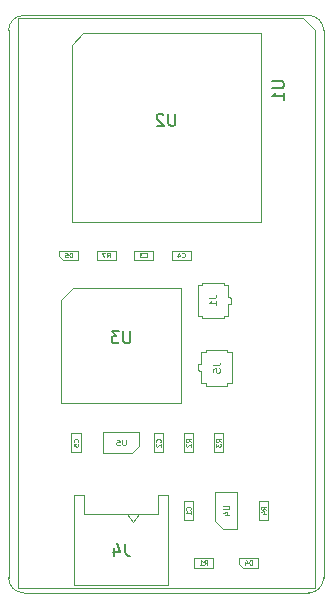
<source format=gbr>
%TF.GenerationSoftware,KiCad,Pcbnew,5.1.5+dfsg1-2~bpo10+1*%
%TF.CreationDate,2020-10-04T09:48:28+00:00*%
%TF.ProjectId,CO2,434f322e-6b69-4636-9164-5f7063625858,rev?*%
%TF.SameCoordinates,Original*%
%TF.FileFunction,Other,Fab,Bot*%
%FSLAX45Y45*%
G04 Gerber Fmt 4.5, Leading zero omitted, Abs format (unit mm)*
G04 Created by KiCad (PCBNEW 5.1.5+dfsg1-2~bpo10+1) date 2020-10-04 09:48:28*
%MOMM*%
%LPD*%
G04 APERTURE LIST*
%ADD10C,0.120000*%
%ADD11C,0.100000*%
%ADD12C,0.060000*%
%ADD13C,0.150000*%
%ADD14C,0.090000*%
%ADD15C,0.075000*%
G04 APERTURE END LIST*
D10*
X-63500Y-4254500D02*
G75*
G02X-190500Y-4127500I0J127000D01*
G01*
X2476500Y-4127500D02*
G75*
G02X2349500Y-4254500I-127000J0D01*
G01*
X-190500Y507511D02*
G75*
G02X-63500Y634511I127000J0D01*
G01*
X2349500Y634511D02*
G75*
G02X2476500Y507511I0J-127000D01*
G01*
X2476500Y-4127500D02*
X2476500Y508000D01*
X-63500Y-4254500D02*
X2349500Y-4254500D01*
X-190500Y508000D02*
X-190500Y-4127500D01*
X2349500Y634511D02*
X-63500Y634511D01*
D11*
X341000Y-2904500D02*
X341000Y-3064500D01*
X421000Y-2904500D02*
X341000Y-2904500D01*
X421000Y-3064500D02*
X421000Y-2904500D01*
X341000Y-3064500D02*
X421000Y-3064500D01*
X555000Y-1437000D02*
X715000Y-1437000D01*
X555000Y-1357000D02*
X555000Y-1437000D01*
X715000Y-1357000D02*
X555000Y-1357000D01*
X715000Y-1437000D02*
X715000Y-1357000D01*
X1928500Y-3476000D02*
X1928500Y-3636000D01*
X2008500Y-3476000D02*
X1928500Y-3476000D01*
X2008500Y-3636000D02*
X2008500Y-3476000D01*
X1928500Y-3636000D02*
X2008500Y-3636000D01*
X1627500Y-3064500D02*
X1627500Y-2904500D01*
X1547500Y-3064500D02*
X1627500Y-3064500D01*
X1547500Y-2904500D02*
X1547500Y-3064500D01*
X1627500Y-2904500D02*
X1547500Y-2904500D01*
X1293500Y-2904500D02*
X1293500Y-3064500D01*
X1373500Y-2904500D02*
X1293500Y-2904500D01*
X1373500Y-3064500D02*
X1373500Y-2904500D01*
X1293500Y-3064500D02*
X1373500Y-3064500D01*
X1380500Y-4040500D02*
X1540500Y-4040500D01*
X1380500Y-3960500D02*
X1380500Y-4040500D01*
X1540500Y-3960500D02*
X1380500Y-3960500D01*
X1540500Y-4040500D02*
X1540500Y-3960500D01*
X397500Y-1357000D02*
X397500Y-1437000D01*
X237500Y-1357000D02*
X397500Y-1357000D01*
X237500Y-1407000D02*
X237500Y-1357000D01*
X267500Y-1437000D02*
X237500Y-1407000D01*
X397500Y-1437000D02*
X267500Y-1437000D01*
X1921500Y-3960500D02*
X1921500Y-4040500D01*
X1761500Y-3960500D02*
X1921500Y-3960500D01*
X1761500Y-4010500D02*
X1761500Y-3960500D01*
X1791500Y-4040500D02*
X1761500Y-4010500D01*
X1921500Y-4040500D02*
X1791500Y-4040500D01*
X1190000Y-1437000D02*
X1350000Y-1437000D01*
X1190000Y-1357000D02*
X1190000Y-1437000D01*
X1350000Y-1357000D02*
X1190000Y-1357000D01*
X1350000Y-1437000D02*
X1350000Y-1357000D01*
X1032500Y-1357000D02*
X872500Y-1357000D01*
X1032500Y-1437000D02*
X1032500Y-1357000D01*
X872500Y-1437000D02*
X1032500Y-1437000D01*
X872500Y-1357000D02*
X872500Y-1437000D01*
X1119500Y-3064500D02*
X1119500Y-2904500D01*
X1039500Y-3064500D02*
X1119500Y-3064500D01*
X1039500Y-2904500D02*
X1039500Y-3064500D01*
X1119500Y-2904500D02*
X1039500Y-2904500D01*
X1293500Y-3476000D02*
X1293500Y-3636000D01*
X1373500Y-3476000D02*
X1293500Y-3476000D01*
X1373500Y-3636000D02*
X1373500Y-3476000D01*
X1293500Y-3636000D02*
X1373500Y-3636000D01*
X257000Y-1774000D02*
X357000Y-1674000D01*
X1267000Y-1674000D02*
X1267000Y-2644000D01*
X257000Y-1774000D02*
X257000Y-2644000D01*
X257000Y-2644000D02*
X1267000Y-2644000D01*
X357000Y-1674000D02*
X1267000Y-1674000D01*
X1481500Y-2199500D02*
X1481500Y-2219500D01*
X1481500Y-2219500D02*
X1441500Y-2219500D01*
X1441500Y-2319500D02*
X1441500Y-2219500D01*
X1416500Y-2319500D02*
X1441500Y-2319500D01*
X1416500Y-2319500D02*
X1416500Y-2364500D01*
X1431500Y-2379500D02*
X1441500Y-2379500D01*
X1441500Y-2379500D02*
X1441500Y-2479500D01*
X1481500Y-2499500D02*
X1481500Y-2479500D01*
X1481500Y-2479500D02*
X1441500Y-2479500D01*
X1481500Y-2199500D02*
X1661500Y-2199500D01*
X1661500Y-2199500D02*
X1661500Y-2219500D01*
X1701500Y-2219500D02*
X1661500Y-2219500D01*
X1701500Y-2479500D02*
X1701500Y-2219500D01*
X1481500Y-2499500D02*
X1661500Y-2499500D01*
X1661500Y-2499500D02*
X1661500Y-2479500D01*
X1701500Y-2479500D02*
X1661500Y-2479500D01*
X1431500Y-2379500D02*
X1416500Y-2364500D01*
X862000Y-3657211D02*
X812000Y-3586500D01*
X912000Y-3586500D02*
X862000Y-3657211D01*
X367000Y-3426500D02*
X367000Y-4186500D01*
X1157000Y-3426500D02*
X1157000Y-4186500D01*
X1157000Y-4186500D02*
X367000Y-4186500D01*
X447000Y-3426500D02*
X367000Y-3426500D01*
X447000Y-3586500D02*
X447000Y-3426500D01*
X1077000Y-3586500D02*
X447000Y-3586500D01*
X1077000Y-3426500D02*
X1077000Y-3586500D01*
X1157000Y-3426500D02*
X1077000Y-3426500D01*
X917000Y-2894500D02*
X607000Y-2894500D01*
X607000Y-2894500D02*
X607000Y-3074500D01*
X852000Y-3074500D02*
X607000Y-3074500D01*
X917000Y-2894500D02*
X917000Y-3009500D01*
X852000Y-3074500D02*
X917000Y-3009500D01*
X1741000Y-3711000D02*
X1741000Y-3401000D01*
X1741000Y-3401000D02*
X1561000Y-3401000D01*
X1561000Y-3646000D02*
X1561000Y-3401000D01*
X1741000Y-3711000D02*
X1626000Y-3711000D01*
X1561000Y-3646000D02*
X1626000Y-3711000D01*
X1630000Y-1928000D02*
X1630000Y-1908000D01*
X1630000Y-1908000D02*
X1670000Y-1908000D01*
X1670000Y-1808000D02*
X1670000Y-1908000D01*
X1695000Y-1808000D02*
X1670000Y-1808000D01*
X1695000Y-1808000D02*
X1695000Y-1763000D01*
X1680000Y-1748000D02*
X1670000Y-1748000D01*
X1670000Y-1748000D02*
X1670000Y-1648000D01*
X1630000Y-1628000D02*
X1630000Y-1648000D01*
X1630000Y-1648000D02*
X1670000Y-1648000D01*
X1630000Y-1928000D02*
X1450000Y-1928000D01*
X1450000Y-1928000D02*
X1450000Y-1908000D01*
X1410000Y-1908000D02*
X1450000Y-1908000D01*
X1410000Y-1648000D02*
X1410000Y-1908000D01*
X1630000Y-1628000D02*
X1450000Y-1628000D01*
X1450000Y-1628000D02*
X1450000Y-1648000D01*
X1410000Y-1648000D02*
X1450000Y-1648000D01*
X1680000Y-1748000D02*
X1695000Y-1763000D01*
X343000Y382500D02*
X443000Y482500D01*
X1943000Y482500D02*
X443000Y482500D01*
X1943000Y482500D02*
X1943000Y-1117500D01*
X1943000Y-1117500D02*
X343000Y-1117500D01*
X343000Y382500D02*
X343000Y-1117500D01*
X2298700Y609600D02*
X2400300Y508000D01*
X-114300Y609600D02*
X2298700Y609600D01*
X-114300Y-4216400D02*
X-114300Y609600D01*
X2400300Y-4216400D02*
X-114300Y-4216400D01*
X2400300Y508000D02*
X2400300Y-4216400D01*
D12*
X395286Y-2977833D02*
X397190Y-2975928D01*
X399095Y-2970214D01*
X399095Y-2966405D01*
X397190Y-2960690D01*
X393381Y-2956881D01*
X389571Y-2954976D01*
X381952Y-2953071D01*
X376238Y-2953071D01*
X368619Y-2954976D01*
X364809Y-2956881D01*
X361000Y-2960690D01*
X359095Y-2966405D01*
X359095Y-2970214D01*
X361000Y-2975928D01*
X362905Y-2977833D01*
X359095Y-3014024D02*
X359095Y-2994976D01*
X378143Y-2993071D01*
X376238Y-2994976D01*
X374333Y-2998786D01*
X374333Y-3008309D01*
X376238Y-3012119D01*
X378143Y-3014024D01*
X381952Y-3015928D01*
X391476Y-3015928D01*
X395286Y-3014024D01*
X397190Y-3012119D01*
X399095Y-3008309D01*
X399095Y-2998786D01*
X397190Y-2994976D01*
X395286Y-2993071D01*
X641667Y-1415095D02*
X655000Y-1396048D01*
X664524Y-1415095D02*
X664524Y-1375095D01*
X649286Y-1375095D01*
X645476Y-1377000D01*
X643571Y-1378905D01*
X641667Y-1382714D01*
X641667Y-1388429D01*
X643571Y-1392238D01*
X645476Y-1394143D01*
X649286Y-1396048D01*
X664524Y-1396048D01*
X628333Y-1375095D02*
X601667Y-1375095D01*
X618810Y-1415095D01*
X1986595Y-3549333D02*
X1967548Y-3536000D01*
X1986595Y-3526476D02*
X1946595Y-3526476D01*
X1946595Y-3541714D01*
X1948500Y-3545524D01*
X1950405Y-3547428D01*
X1954214Y-3549333D01*
X1959928Y-3549333D01*
X1963738Y-3547428D01*
X1965643Y-3545524D01*
X1967548Y-3541714D01*
X1967548Y-3526476D01*
X1959928Y-3583619D02*
X1986595Y-3583619D01*
X1944690Y-3574095D02*
X1973262Y-3564571D01*
X1973262Y-3589333D01*
X1605595Y-2977833D02*
X1586548Y-2964500D01*
X1605595Y-2954976D02*
X1565595Y-2954976D01*
X1565595Y-2970214D01*
X1567500Y-2974024D01*
X1569405Y-2975928D01*
X1573214Y-2977833D01*
X1578928Y-2977833D01*
X1582738Y-2975928D01*
X1584643Y-2974024D01*
X1586548Y-2970214D01*
X1586548Y-2954976D01*
X1565595Y-2991167D02*
X1565595Y-3015928D01*
X1580833Y-3002595D01*
X1580833Y-3008309D01*
X1582738Y-3012119D01*
X1584643Y-3014024D01*
X1588452Y-3015928D01*
X1597976Y-3015928D01*
X1601786Y-3014024D01*
X1603690Y-3012119D01*
X1605595Y-3008309D01*
X1605595Y-2996881D01*
X1603690Y-2993071D01*
X1601786Y-2991167D01*
X1351595Y-2977833D02*
X1332548Y-2964500D01*
X1351595Y-2954976D02*
X1311595Y-2954976D01*
X1311595Y-2970214D01*
X1313500Y-2974024D01*
X1315405Y-2975928D01*
X1319214Y-2977833D01*
X1324929Y-2977833D01*
X1328738Y-2975928D01*
X1330643Y-2974024D01*
X1332548Y-2970214D01*
X1332548Y-2954976D01*
X1315405Y-2993071D02*
X1313500Y-2994976D01*
X1311595Y-2998786D01*
X1311595Y-3008309D01*
X1313500Y-3012119D01*
X1315405Y-3014024D01*
X1319214Y-3015928D01*
X1323024Y-3015928D01*
X1328738Y-3014024D01*
X1351595Y-2991167D01*
X1351595Y-3015928D01*
X1467167Y-4018595D02*
X1480500Y-3999548D01*
X1490024Y-4018595D02*
X1490024Y-3978595D01*
X1474786Y-3978595D01*
X1470976Y-3980500D01*
X1469071Y-3982405D01*
X1467167Y-3986214D01*
X1467167Y-3991928D01*
X1469071Y-3995738D01*
X1470976Y-3997643D01*
X1474786Y-3999548D01*
X1490024Y-3999548D01*
X1429071Y-4018595D02*
X1451928Y-4018595D01*
X1440500Y-4018595D02*
X1440500Y-3978595D01*
X1444309Y-3984309D01*
X1448119Y-3988119D01*
X1451928Y-3990024D01*
X347024Y-1415095D02*
X347024Y-1375095D01*
X337500Y-1375095D01*
X331786Y-1377000D01*
X327976Y-1380810D01*
X326071Y-1384619D01*
X324167Y-1392238D01*
X324167Y-1397952D01*
X326071Y-1405571D01*
X327976Y-1409381D01*
X331786Y-1413190D01*
X337500Y-1415095D01*
X347024Y-1415095D01*
X287976Y-1375095D02*
X307024Y-1375095D01*
X308929Y-1394143D01*
X307024Y-1392238D01*
X303214Y-1390333D01*
X293690Y-1390333D01*
X289881Y-1392238D01*
X287976Y-1394143D01*
X286071Y-1397952D01*
X286071Y-1407476D01*
X287976Y-1411286D01*
X289881Y-1413190D01*
X293690Y-1415095D01*
X303214Y-1415095D01*
X307024Y-1413190D01*
X308929Y-1411286D01*
X1871024Y-4018595D02*
X1871024Y-3978595D01*
X1861500Y-3978595D01*
X1855786Y-3980500D01*
X1851976Y-3984309D01*
X1850071Y-3988119D01*
X1848167Y-3995738D01*
X1848167Y-4001452D01*
X1850071Y-4009071D01*
X1851976Y-4012881D01*
X1855786Y-4016690D01*
X1861500Y-4018595D01*
X1871024Y-4018595D01*
X1813881Y-3991928D02*
X1813881Y-4018595D01*
X1823405Y-3976690D02*
X1832928Y-4005262D01*
X1808167Y-4005262D01*
X1276667Y-1411286D02*
X1278571Y-1413190D01*
X1284286Y-1415095D01*
X1288095Y-1415095D01*
X1293810Y-1413190D01*
X1297619Y-1409381D01*
X1299524Y-1405571D01*
X1301429Y-1397952D01*
X1301429Y-1392238D01*
X1299524Y-1384619D01*
X1297619Y-1380810D01*
X1293810Y-1377000D01*
X1288095Y-1375095D01*
X1284286Y-1375095D01*
X1278571Y-1377000D01*
X1276667Y-1378905D01*
X1242381Y-1388429D02*
X1242381Y-1415095D01*
X1251905Y-1373190D02*
X1261429Y-1401762D01*
X1236667Y-1401762D01*
X959167Y-1411286D02*
X961071Y-1413190D01*
X966786Y-1415095D01*
X970595Y-1415095D01*
X976309Y-1413190D01*
X980119Y-1409381D01*
X982024Y-1405571D01*
X983928Y-1397952D01*
X983928Y-1392238D01*
X982024Y-1384619D01*
X980119Y-1380810D01*
X976309Y-1377000D01*
X970595Y-1375095D01*
X966786Y-1375095D01*
X961071Y-1377000D01*
X959167Y-1378905D01*
X945833Y-1375095D02*
X921071Y-1375095D01*
X934405Y-1390333D01*
X928690Y-1390333D01*
X924881Y-1392238D01*
X922976Y-1394143D01*
X921071Y-1397952D01*
X921071Y-1407476D01*
X922976Y-1411286D01*
X924881Y-1413190D01*
X928690Y-1415095D01*
X940119Y-1415095D01*
X943928Y-1413190D01*
X945833Y-1411286D01*
X1093786Y-2977833D02*
X1095690Y-2975928D01*
X1097595Y-2970214D01*
X1097595Y-2966405D01*
X1095690Y-2960690D01*
X1091881Y-2956881D01*
X1088071Y-2954976D01*
X1080452Y-2953071D01*
X1074738Y-2953071D01*
X1067119Y-2954976D01*
X1063310Y-2956881D01*
X1059500Y-2960690D01*
X1057595Y-2966405D01*
X1057595Y-2970214D01*
X1059500Y-2975928D01*
X1061405Y-2977833D01*
X1061405Y-2993071D02*
X1059500Y-2994976D01*
X1057595Y-2998786D01*
X1057595Y-3008309D01*
X1059500Y-3012119D01*
X1061405Y-3014024D01*
X1065214Y-3015928D01*
X1069024Y-3015928D01*
X1074738Y-3014024D01*
X1097595Y-2991167D01*
X1097595Y-3015928D01*
X1347786Y-3549333D02*
X1349690Y-3547428D01*
X1351595Y-3541714D01*
X1351595Y-3537905D01*
X1349690Y-3532190D01*
X1345881Y-3528381D01*
X1342071Y-3526476D01*
X1334452Y-3524571D01*
X1328738Y-3524571D01*
X1321119Y-3526476D01*
X1317310Y-3528381D01*
X1313500Y-3532190D01*
X1311595Y-3537905D01*
X1311595Y-3541714D01*
X1313500Y-3547428D01*
X1315405Y-3549333D01*
X1351595Y-3587428D02*
X1351595Y-3564571D01*
X1351595Y-3576000D02*
X1311595Y-3576000D01*
X1317310Y-3572190D01*
X1321119Y-3568381D01*
X1323024Y-3564571D01*
D13*
X838190Y-2040738D02*
X838190Y-2121690D01*
X833428Y-2131214D01*
X828667Y-2135976D01*
X819143Y-2140738D01*
X800095Y-2140738D01*
X790571Y-2135976D01*
X785809Y-2131214D01*
X781048Y-2121690D01*
X781048Y-2040738D01*
X742952Y-2040738D02*
X681048Y-2040738D01*
X714381Y-2078833D01*
X700095Y-2078833D01*
X690571Y-2083595D01*
X685810Y-2088357D01*
X681048Y-2097881D01*
X681048Y-2121690D01*
X685810Y-2131214D01*
X690571Y-2135976D01*
X700095Y-2140738D01*
X728667Y-2140738D01*
X738190Y-2135976D01*
X742952Y-2131214D01*
D14*
X1538643Y-2329500D02*
X1581500Y-2329500D01*
X1590071Y-2326643D01*
X1595786Y-2320929D01*
X1598643Y-2312357D01*
X1598643Y-2306643D01*
X1538643Y-2386643D02*
X1538643Y-2358071D01*
X1567214Y-2355214D01*
X1564357Y-2358071D01*
X1561500Y-2363786D01*
X1561500Y-2378071D01*
X1564357Y-2383786D01*
X1567214Y-2386643D01*
X1572928Y-2389500D01*
X1587214Y-2389500D01*
X1592928Y-2386643D01*
X1595786Y-2383786D01*
X1598643Y-2378071D01*
X1598643Y-2363786D01*
X1595786Y-2358071D01*
X1592928Y-2355214D01*
D13*
X795333Y-3841738D02*
X795333Y-3913167D01*
X800095Y-3927452D01*
X809619Y-3936976D01*
X823905Y-3941738D01*
X833428Y-3941738D01*
X704857Y-3875071D02*
X704857Y-3941738D01*
X728667Y-3836976D02*
X752476Y-3908405D01*
X690571Y-3908405D01*
D15*
X800095Y-2957119D02*
X800095Y-2997595D01*
X797714Y-3002357D01*
X795333Y-3004738D01*
X790571Y-3007119D01*
X781048Y-3007119D01*
X776286Y-3004738D01*
X773905Y-3002357D01*
X771524Y-2997595D01*
X771524Y-2957119D01*
X723905Y-2957119D02*
X747714Y-2957119D01*
X750095Y-2980928D01*
X747714Y-2978548D01*
X742952Y-2976167D01*
X731048Y-2976167D01*
X726286Y-2978548D01*
X723905Y-2980928D01*
X721524Y-2985690D01*
X721524Y-2997595D01*
X723905Y-3002357D01*
X726286Y-3004738D01*
X731048Y-3007119D01*
X742952Y-3007119D01*
X747714Y-3004738D01*
X750095Y-3002357D01*
X1623619Y-3517905D02*
X1664095Y-3517905D01*
X1668857Y-3520286D01*
X1671238Y-3522667D01*
X1673619Y-3527428D01*
X1673619Y-3536952D01*
X1671238Y-3541714D01*
X1668857Y-3544095D01*
X1664095Y-3546476D01*
X1623619Y-3546476D01*
X1640286Y-3591714D02*
X1673619Y-3591714D01*
X1621238Y-3579809D02*
X1656952Y-3567905D01*
X1656952Y-3598857D01*
D14*
X1507143Y-1758000D02*
X1550000Y-1758000D01*
X1558571Y-1755143D01*
X1564286Y-1749428D01*
X1567143Y-1740857D01*
X1567143Y-1735143D01*
X1567143Y-1818000D02*
X1567143Y-1783714D01*
X1567143Y-1800857D02*
X1507143Y-1800857D01*
X1515714Y-1795143D01*
X1521428Y-1789428D01*
X1524286Y-1783714D01*
D13*
X1219190Y-199238D02*
X1219190Y-280190D01*
X1214429Y-289714D01*
X1209667Y-294476D01*
X1200143Y-299238D01*
X1181095Y-299238D01*
X1171571Y-294476D01*
X1166810Y-289714D01*
X1162048Y-280190D01*
X1162048Y-199238D01*
X1119190Y-208762D02*
X1114429Y-204000D01*
X1104905Y-199238D01*
X1081095Y-199238D01*
X1071571Y-204000D01*
X1066810Y-208762D01*
X1062048Y-218286D01*
X1062048Y-227809D01*
X1066810Y-242095D01*
X1123952Y-299238D01*
X1062048Y-299238D01*
X2040738Y76191D02*
X2121690Y76191D01*
X2131214Y71429D01*
X2135976Y66667D01*
X2140738Y57143D01*
X2140738Y38095D01*
X2135976Y28571D01*
X2131214Y23810D01*
X2121690Y19048D01*
X2040738Y19048D01*
X2140738Y-80952D02*
X2140738Y-23809D01*
X2140738Y-52381D02*
X2040738Y-52381D01*
X2055024Y-42857D01*
X2064548Y-33333D01*
X2069309Y-23809D01*
M02*

</source>
